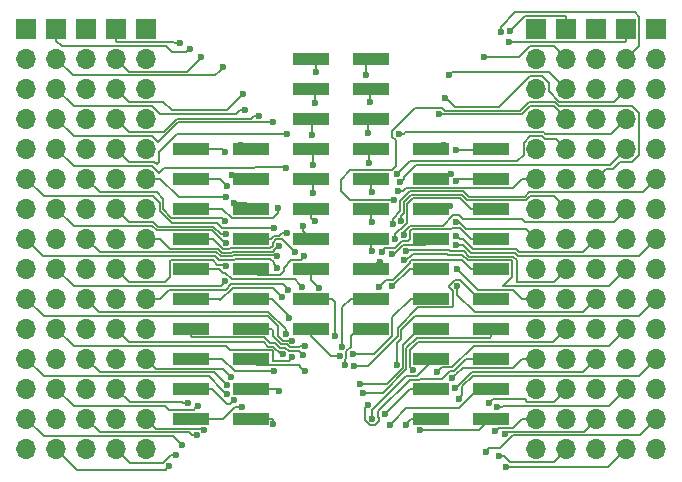
<source format=gbr>
G04 #@! TF.GenerationSoftware,KiCad,Pcbnew,5.1.7-a382d34a8~87~ubuntu18.04.1*
G04 #@! TF.CreationDate,2020-10-22T16:54:02+03:00*
G04 #@! TF.ProjectId,FreeSmart157AAC_29mm_devboard_5r_smd,46726565-536d-4617-9274-313537414143,rev?*
G04 #@! TF.SameCoordinates,Original*
G04 #@! TF.FileFunction,Copper,L2,Bot*
G04 #@! TF.FilePolarity,Positive*
%FSLAX46Y46*%
G04 Gerber Fmt 4.6, Leading zero omitted, Abs format (unit mm)*
G04 Created by KiCad (PCBNEW 5.1.7-a382d34a8~87~ubuntu18.04.1) date 2020-10-22 16:54:02*
%MOMM*%
%LPD*%
G01*
G04 APERTURE LIST*
G04 #@! TA.AperFunction,SMDPad,CuDef*
%ADD10R,3.150000X1.000000*%
G04 #@! TD*
G04 #@! TA.AperFunction,ComponentPad*
%ADD11O,1.700000X1.700000*%
G04 #@! TD*
G04 #@! TA.AperFunction,ComponentPad*
%ADD12R,1.700000X1.700000*%
G04 #@! TD*
G04 #@! TA.AperFunction,ViaPad*
%ADD13C,0.600000*%
G04 #@! TD*
G04 #@! TA.AperFunction,Conductor*
%ADD14C,0.152400*%
G04 #@! TD*
G04 APERTURE END LIST*
D10*
X2525000Y15240000D03*
X-2525000Y15240000D03*
X2525000Y12700000D03*
X-2525000Y12700000D03*
X2525000Y10160000D03*
X-2525000Y10160000D03*
X2525000Y7620000D03*
X-2525000Y7620000D03*
X2525000Y5080000D03*
X-2525000Y5080000D03*
X2525000Y2540000D03*
X-2525000Y2540000D03*
X2525000Y0D03*
X-2525000Y0D03*
X2525000Y-2540000D03*
X-2525000Y-2540000D03*
X2525000Y-5080000D03*
X-2525000Y-5080000D03*
X2525000Y-7620000D03*
X-2525000Y-7620000D03*
X12685000Y7620000D03*
X7635000Y7620000D03*
X12685000Y5080000D03*
X7635000Y5080000D03*
X12685000Y2540000D03*
X7635000Y2540000D03*
X12685000Y0D03*
X7635000Y0D03*
X12685000Y-2540000D03*
X7635000Y-2540000D03*
X12685000Y-5080000D03*
X7635000Y-5080000D03*
X12685000Y-7620000D03*
X7635000Y-7620000D03*
X12685000Y-10160000D03*
X7635000Y-10160000D03*
X12685000Y-12700000D03*
X7635000Y-12700000D03*
X12685000Y-15240000D03*
X7635000Y-15240000D03*
D11*
X26670000Y-17780000D03*
X26670000Y-15240000D03*
X26670000Y-12700000D03*
X26670000Y-10160000D03*
X26670000Y-7620000D03*
X26670000Y-5080000D03*
X26670000Y-2540000D03*
X26670000Y0D03*
X26670000Y2540000D03*
X26670000Y5080000D03*
X26670000Y7620000D03*
X26670000Y10160000D03*
X26670000Y12700000D03*
X26670000Y15240000D03*
D12*
X26670000Y17780000D03*
D11*
X24130000Y-17780000D03*
X24130000Y-15240000D03*
X24130000Y-12700000D03*
X24130000Y-10160000D03*
X24130000Y-7620000D03*
X24130000Y-5080000D03*
X24130000Y-2540000D03*
X24130000Y0D03*
X24130000Y2540000D03*
X24130000Y5080000D03*
X24130000Y7620000D03*
X24130000Y10160000D03*
X24130000Y12700000D03*
X24130000Y15240000D03*
D12*
X24130000Y17780000D03*
D11*
X21590000Y-17780000D03*
X21590000Y-15240000D03*
X21590000Y-12700000D03*
X21590000Y-10160000D03*
X21590000Y-7620000D03*
X21590000Y-5080000D03*
X21590000Y-2540000D03*
X21590000Y0D03*
X21590000Y2540000D03*
X21590000Y5080000D03*
X21590000Y7620000D03*
X21590000Y10160000D03*
X21590000Y12700000D03*
X21590000Y15240000D03*
D12*
X21590000Y17780000D03*
D11*
X19050000Y-17780000D03*
X19050000Y-15240000D03*
X19050000Y-12700000D03*
X19050000Y-10160000D03*
X19050000Y-7620000D03*
X19050000Y-5080000D03*
X19050000Y-2540000D03*
X19050000Y0D03*
X19050000Y2540000D03*
X19050000Y5080000D03*
X19050000Y7620000D03*
X19050000Y10160000D03*
X19050000Y12700000D03*
X19050000Y15240000D03*
D12*
X19050000Y17780000D03*
D11*
X16510000Y-17780000D03*
X16510000Y-15240000D03*
X16510000Y-12700000D03*
X16510000Y-10160000D03*
X16510000Y-7620000D03*
X16510000Y-5080000D03*
X16510000Y-2540000D03*
X16510000Y0D03*
X16510000Y2540000D03*
X16510000Y5080000D03*
X16510000Y7620000D03*
X16510000Y10160000D03*
X16510000Y12700000D03*
X16510000Y15240000D03*
D12*
X16510000Y17780000D03*
D10*
X-7635000Y7620000D03*
X-12685000Y7620000D03*
X-7635000Y5080000D03*
X-12685000Y5080000D03*
X-7635000Y2540000D03*
X-12685000Y2540000D03*
X-7635000Y0D03*
X-12685000Y0D03*
X-7635000Y-2540000D03*
X-12685000Y-2540000D03*
X-7635000Y-5080000D03*
X-12685000Y-5080000D03*
X-7635000Y-7620000D03*
X-12685000Y-7620000D03*
X-7635000Y-10160000D03*
X-12685000Y-10160000D03*
X-7635000Y-12700000D03*
X-12685000Y-12700000D03*
X-7635000Y-15240000D03*
X-12685000Y-15240000D03*
D11*
X-26670000Y-17780000D03*
X-26670000Y-15240000D03*
X-26670000Y-12700000D03*
X-26670000Y-10160000D03*
X-26670000Y-7620000D03*
X-26670000Y-5080000D03*
X-26670000Y-2540000D03*
X-26670000Y0D03*
X-26670000Y2540000D03*
X-26670000Y5080000D03*
X-26670000Y7620000D03*
X-26670000Y10160000D03*
X-26670000Y12700000D03*
X-26670000Y15240000D03*
D12*
X-26670000Y17780000D03*
D11*
X-24130000Y-17780000D03*
X-24130000Y-15240000D03*
X-24130000Y-12700000D03*
X-24130000Y-10160000D03*
X-24130000Y-7620000D03*
X-24130000Y-5080000D03*
X-24130000Y-2540000D03*
X-24130000Y0D03*
X-24130000Y2540000D03*
X-24130000Y5080000D03*
X-24130000Y7620000D03*
X-24130000Y10160000D03*
X-24130000Y12700000D03*
X-24130000Y15240000D03*
D12*
X-24130000Y17780000D03*
D11*
X-21590000Y-17780000D03*
X-21590000Y-15240000D03*
X-21590000Y-12700000D03*
X-21590000Y-10160000D03*
X-21590000Y-7620000D03*
X-21590000Y-5080000D03*
X-21590000Y-2540000D03*
X-21590000Y0D03*
X-21590000Y2540000D03*
X-21590000Y5080000D03*
X-21590000Y7620000D03*
X-21590000Y10160000D03*
X-21590000Y12700000D03*
X-21590000Y15240000D03*
D12*
X-21590000Y17780000D03*
D11*
X-19050000Y-17780000D03*
X-19050000Y-15240000D03*
X-19050000Y-12700000D03*
X-19050000Y-10160000D03*
X-19050000Y-7620000D03*
X-19050000Y-5080000D03*
X-19050000Y-2540000D03*
X-19050000Y0D03*
X-19050000Y2540000D03*
X-19050000Y5080000D03*
X-19050000Y7620000D03*
X-19050000Y10160000D03*
X-19050000Y12700000D03*
X-19050000Y15240000D03*
D12*
X-19050000Y17780000D03*
X-16510000Y17780000D03*
D11*
X-16510000Y15240000D03*
X-16510000Y12700000D03*
X-16510000Y10160000D03*
X-16510000Y7620000D03*
X-16510000Y5080000D03*
X-16510000Y2540000D03*
X-16510000Y0D03*
X-16510000Y-2540000D03*
X-16510000Y-5080000D03*
X-16510000Y-7620000D03*
X-16510000Y-10160000D03*
X-16510000Y-12700000D03*
X-16510000Y-15240000D03*
X-16510000Y-17780000D03*
D13*
X-13640000Y16550000D03*
X-12830000Y16090000D03*
X-9822588Y7380172D03*
X-11870000Y15360000D03*
X-9990000Y14530000D03*
X-9250000Y5360000D03*
X-8293001Y12267172D03*
X-8190000Y10890000D03*
X8708641Y7952422D03*
X14310000Y17630000D03*
X14180000Y16640000D03*
X9700000Y7510000D03*
X12090000Y15370000D03*
X13490000Y17500000D03*
X9260000Y5510000D03*
X9090000Y13860000D03*
X8800000Y11940000D03*
X-5330000Y2600000D03*
X-5000000Y-4900000D03*
X-4630000Y490000D03*
X-4433421Y-6680000D03*
X-3946196Y-1078230D03*
X-3270590Y-9808237D03*
X-3130000Y-1490000D03*
X-3109390Y-9073296D03*
X-3290000Y-4090000D03*
X-5680000Y-11230000D03*
X-3210000Y1060000D03*
X-3080000Y-11210000D03*
X-2243043Y1514565D03*
X-2400000Y3890000D03*
X-5240000Y-12920000D03*
X-2360000Y6260000D03*
X-8430000Y-14210000D03*
X-9370000Y-11680000D03*
X-4500000Y-4300000D03*
X-5292192Y-569070D03*
X-9770000Y3530000D03*
X-6960000Y10398610D03*
X-8474480Y7952412D03*
X-12988603Y-13917008D03*
X-9662404Y-12411170D03*
X-4965000Y-9753166D03*
X-4680049Y-8086332D03*
X-9761449Y-2332030D03*
X-5454512Y-1498784D03*
X-9790000Y392789D03*
X-9820000Y1500000D03*
X-4610000Y8860000D03*
X-5790000Y9870000D03*
X-12166455Y-14140000D03*
X-9683015Y-13164886D03*
X-4136854Y-10026955D03*
X-4141546Y-8615653D03*
X-9831386Y-3611269D03*
X-5440000Y-2450000D03*
X-9720028Y-360385D03*
X-5734231Y927527D03*
X-4670000Y5990000D03*
X-9117935Y3004921D03*
X-9642183Y4446229D03*
X-14560000Y-19220000D03*
X-13998694Y-18308097D03*
X-13510000Y-17430000D03*
X-12257944Y-16635913D03*
X-11650136Y-16192412D03*
X13940000Y-19320000D03*
X13380000Y-18400000D03*
X12227198Y-18046834D03*
X13830000Y-16560000D03*
X13040000Y-16280000D03*
X13208816Y-14234453D03*
X9944092Y-13542303D03*
X8140000Y-11260000D03*
X4681318Y-10667503D03*
X5289412Y-1782489D03*
X9686533Y-541768D03*
X5302527Y313198D03*
X4348087Y1250820D03*
X4975758Y4778694D03*
X9225636Y2739991D03*
X9728738Y4863043D03*
X12538771Y-13892163D03*
X9662412Y-12650000D03*
X6042012Y-11112054D03*
X9807294Y-4021341D03*
X5483756Y-1048825D03*
X9740000Y250002D03*
X5052928Y1514112D03*
X4471455Y3298258D03*
X4716574Y5485057D03*
X4850000Y8870000D03*
X9395447Y-11773187D03*
X9822586Y-2570000D03*
X9724645Y1447265D03*
X4806360Y4045599D03*
X8279992Y10533688D03*
X-9109916Y-13652412D03*
X-2500000Y8790000D03*
X-5818610Y-15670000D03*
X-2250000Y11510000D03*
X-1850000Y-4127598D03*
X-2130000Y14120000D03*
X-503757Y-8194389D03*
X2120000Y13860000D03*
X-128164Y-9900036D03*
X2470000Y11620000D03*
X90343Y-9127438D03*
X2300000Y8940000D03*
X330000Y-10650000D03*
X2360000Y6450000D03*
X962902Y-9784778D03*
X2640000Y3990000D03*
X1110000Y-10780002D03*
X2580000Y1460000D03*
X1572524Y-12280530D03*
X2578886Y-1074183D03*
X1877335Y-13016734D03*
X3240000Y-1937598D03*
X2613394Y-15218157D03*
X3180000Y-4120000D03*
X2291108Y-14060875D03*
X4331519Y-4031390D03*
X3660149Y-14859851D03*
X3410000Y-1090000D03*
X4090000Y-15770000D03*
X4273942Y-1322877D03*
X5441216Y-15778784D03*
X4552412Y-9318D03*
X6650000Y-16230000D03*
D14*
X-14064264Y16550000D02*
X-13640000Y16550000D01*
X-14214265Y16700001D02*
X-14064264Y16550000D01*
X-18972401Y16700001D02*
X-14214265Y16700001D01*
X-19050000Y16777600D02*
X-18972401Y16700001D01*
X-19050000Y17780000D02*
X-19050000Y16777600D01*
X-14322333Y15790001D02*
X-13129999Y15790001D01*
X-23671001Y16318601D02*
X-14850933Y16318601D01*
X-24130000Y16777600D02*
X-23671001Y16318601D01*
X-14850933Y16318601D02*
X-14322333Y15790001D01*
X-13129999Y15790001D02*
X-12830000Y16090000D01*
X-24130000Y17780000D02*
X-24130000Y16777600D01*
X-10062416Y7620000D02*
X-9822588Y7380172D01*
X-12685000Y7620000D02*
X-10062416Y7620000D01*
X-17960001Y14150001D02*
X-13079999Y14150001D01*
X-12169999Y15060001D02*
X-11870000Y15360000D01*
X-13079999Y14150001D02*
X-12169999Y15060001D01*
X-19050000Y15240000D02*
X-17960001Y14150001D01*
X-10691399Y13828601D02*
X-10289999Y14230001D01*
X-24130000Y15240000D02*
X-22718601Y13828601D01*
X-10289999Y14230001D02*
X-9990000Y14530000D01*
X-22718601Y13828601D02*
X-10691399Y13828601D01*
X-8825736Y5360000D02*
X-9250000Y5360000D01*
X-7915000Y5360000D02*
X-8825736Y5360000D01*
X-7635000Y5080000D02*
X-7915000Y5360000D01*
X-14372512Y10909622D02*
X-9650551Y10909622D01*
X-9650551Y10909622D02*
X-8593000Y11967173D01*
X-8593000Y11967173D02*
X-8293001Y12267172D01*
X-15084289Y11621399D02*
X-14372512Y10909622D01*
X-17971399Y11621399D02*
X-15084289Y11621399D01*
X-19050000Y12700000D02*
X-17971399Y11621399D01*
X-15358481Y10604811D02*
X-8899453Y10604811D01*
X-24130000Y12700000D02*
X-22668601Y11238601D01*
X-22668601Y11238601D02*
X-15992271Y11238601D01*
X-15992271Y11238601D02*
X-15358481Y10604811D01*
X-8614264Y10890000D02*
X-8190000Y10890000D01*
X-8899453Y10604811D02*
X-8614264Y10890000D01*
X7967422Y7952422D02*
X8284377Y7952422D01*
X7635000Y7620000D02*
X7967422Y7952422D01*
X8284377Y7952422D02*
X8708641Y7952422D01*
X19050000Y18782400D02*
X18973799Y18858601D01*
X19050000Y17780000D02*
X19050000Y18782400D01*
X18973799Y18858601D02*
X15538601Y18858601D01*
X15538601Y18858601D02*
X14609999Y17929999D01*
X14609999Y17929999D02*
X14310000Y17630000D01*
X24130000Y16777600D02*
X23992400Y16640000D01*
X14604264Y16640000D02*
X14180000Y16640000D01*
X24130000Y17780000D02*
X24130000Y16777600D01*
X23992400Y16640000D02*
X14604264Y16640000D01*
X12575000Y7510000D02*
X12685000Y7620000D01*
X9700000Y7510000D02*
X12575000Y7510000D01*
X15043670Y15370000D02*
X12514264Y15370000D01*
X17971399Y16318601D02*
X15992271Y16318601D01*
X12514264Y15370000D02*
X12090000Y15370000D01*
X15992271Y16318601D02*
X15043670Y15370000D01*
X19050000Y15240000D02*
X17971399Y16318601D01*
X24130000Y15240000D02*
X25208601Y16318601D01*
X14729147Y19163411D02*
X13490000Y17924264D01*
X24858071Y19163411D02*
X14729147Y19163411D01*
X13490000Y17924264D02*
X13490000Y17500000D01*
X25208601Y18812881D02*
X24858071Y19163411D01*
X25208601Y16318601D02*
X25208601Y18812881D01*
X8065000Y5510000D02*
X8835736Y5510000D01*
X8835736Y5510000D02*
X9260000Y5510000D01*
X7635000Y5080000D02*
X8065000Y5510000D01*
X9389999Y14159999D02*
X9090000Y13860000D01*
X19050000Y12700000D02*
X17590001Y14159999D01*
X17590001Y14159999D02*
X9389999Y14159999D01*
X13356979Y11143309D02*
X9596691Y11143309D01*
X24130000Y12700000D02*
X23051399Y11621399D01*
X17027729Y13778601D02*
X15992271Y13778601D01*
X15992271Y13778601D02*
X13356979Y11143309D01*
X17588601Y13217729D02*
X17027729Y13778601D01*
X9596691Y11143309D02*
X9099999Y11640001D01*
X23051399Y11621399D02*
X18450733Y11621399D01*
X18450733Y11621399D02*
X17588601Y12483531D01*
X17588601Y12483531D02*
X17588601Y13217729D01*
X9099999Y11640001D02*
X8800000Y11940000D01*
X-6114217Y1760940D02*
X-5744796Y1760940D01*
X-9291399Y1751399D02*
X-6123758Y1751399D01*
X-10080000Y2540000D02*
X-9291399Y1751399D01*
X-5330000Y2175736D02*
X-5330000Y2600000D01*
X-12685000Y2540000D02*
X-10080000Y2540000D01*
X-5744796Y1760940D02*
X-5330000Y2175736D01*
X-6123758Y1751399D02*
X-6114217Y1760940D01*
X-5000000Y-4900000D02*
X-5750000Y-4150000D01*
X-9191482Y-4150000D02*
X-10250000Y-5208518D01*
X-5750000Y-4150000D02*
X-9191482Y-4150000D01*
X-10378518Y-5080000D02*
X-12685000Y-5080000D01*
X-10250000Y-5208518D02*
X-10378518Y-5080000D01*
X-5672177Y264342D02*
X-5279922Y264342D01*
X-7635000Y0D02*
X-5936518Y0D01*
X-5054264Y490000D02*
X-4630000Y490000D01*
X-5936518Y0D02*
X-5672177Y264342D01*
X-5279922Y264342D02*
X-5054264Y490000D01*
X-5907600Y-5080000D02*
X-4433421Y-6554179D01*
X-7635000Y-5080000D02*
X-5907600Y-5080000D01*
X-4433421Y-6554179D02*
X-4433421Y-6680000D01*
X-4983957Y-40469D02*
X-4246195Y-778231D01*
X-9466298Y-888987D02*
X-9365260Y-787949D01*
X-10862745Y0D02*
X-9973758Y-888987D01*
X-5820793Y-315341D02*
X-5545921Y-40469D01*
X-6020279Y-787949D02*
X-5820793Y-588463D01*
X-5820793Y-588463D02*
X-5820793Y-315341D01*
X-9973758Y-888987D02*
X-9466298Y-888987D01*
X-12685000Y0D02*
X-10862745Y0D01*
X-9365260Y-787949D02*
X-6020279Y-787949D01*
X-4246195Y-778231D02*
X-3946196Y-1078230D01*
X-5545921Y-40469D02*
X-4983957Y-40469D01*
X-6528850Y-8348601D02*
X-6055674Y-8821777D01*
X-12685000Y-8272400D02*
X-12608799Y-8348601D01*
X-5221820Y-9224564D02*
X-4727425Y-9224564D01*
X-5624607Y-8821777D02*
X-5221820Y-9224564D01*
X-12608799Y-8348601D02*
X-6528850Y-8348601D01*
X-4727425Y-9224564D02*
X-4453636Y-9498353D01*
X-6055674Y-8821777D02*
X-5624607Y-8821777D01*
X-3580474Y-9498353D02*
X-3570589Y-9508238D01*
X-4453636Y-9498353D02*
X-3580474Y-9498353D01*
X-3570589Y-9508238D02*
X-3270590Y-9808237D01*
X-12685000Y-7620000D02*
X-12685000Y-8272400D01*
X-4881398Y-2767400D02*
X-4881398Y-2443730D01*
X-4227667Y-1789999D02*
X-3429999Y-1789999D01*
X-5202600Y-3088602D02*
X-4881398Y-2767400D01*
X-3429999Y-1789999D02*
X-3130000Y-1490000D01*
X-7635000Y-2540000D02*
X-7086398Y-3088602D01*
X-7086398Y-3088602D02*
X-5202600Y-3088602D01*
X-4881398Y-2443730D02*
X-4227667Y-1789999D01*
X-5907600Y-7620000D02*
X-5742917Y-7784683D01*
X-3612449Y-9152091D02*
X-3533654Y-9073296D01*
X-3533654Y-9073296D02*
X-3109390Y-9073296D01*
X-7635000Y-7620000D02*
X-5907600Y-7620000D01*
X-4585014Y-8919753D02*
X-4352676Y-9152091D01*
X-5742917Y-8272400D02*
X-5095564Y-8919753D01*
X-5095564Y-8919753D02*
X-4585014Y-8919753D01*
X-4352676Y-9152091D02*
X-3612449Y-9152091D01*
X-5742917Y-7784683D02*
X-5742917Y-8272400D01*
X-10015179Y-2860246D02*
X-9806205Y-2860246D01*
X-10335425Y-2540000D02*
X-10015179Y-2860246D01*
X-9236452Y-3429999D02*
X-3950001Y-3429999D01*
X-9806205Y-2860246D02*
X-9236452Y-3429999D01*
X-3950001Y-3429999D02*
X-3589999Y-3790001D01*
X-3589999Y-3790001D02*
X-3290000Y-4090000D01*
X-12685000Y-2540000D02*
X-10335425Y-2540000D01*
X-6104264Y-11230000D02*
X-5680000Y-11230000D01*
X-12685000Y-10160000D02*
X-10058601Y-10160000D01*
X-8988601Y-11230000D02*
X-6104264Y-11230000D01*
X-10058601Y-10160000D02*
X-8988601Y-11230000D01*
X-3210000Y685000D02*
X-2525000Y0D01*
X-3210000Y1060000D02*
X-3210000Y685000D01*
X-7094999Y-10700001D02*
X-3589999Y-10700001D01*
X-7635000Y-10160000D02*
X-7094999Y-10700001D01*
X-3589999Y-10700001D02*
X-3379999Y-10910001D01*
X-3379999Y-10910001D02*
X-3080000Y-11210000D01*
X-2525000Y2540000D02*
X-2525000Y1796522D01*
X-2525000Y1796522D02*
X-2243043Y1514565D01*
X-2400000Y4955000D02*
X-2525000Y5080000D01*
X-2400000Y3890000D02*
X-2400000Y4955000D01*
X-5460000Y-12700000D02*
X-5240000Y-12920000D01*
X-7635000Y-12700000D02*
X-5460000Y-12700000D01*
X-2360000Y7455000D02*
X-2525000Y7620000D01*
X-2360000Y6260000D02*
X-2360000Y7455000D01*
X-10045716Y-15240000D02*
X-9015716Y-14210000D01*
X-12685000Y-15240000D02*
X-10045716Y-15240000D01*
X-8854264Y-14210000D02*
X-8430000Y-14210000D01*
X-9015716Y-14210000D02*
X-8854264Y-14210000D01*
X-9669999Y-11380001D02*
X-9370000Y-11680000D01*
X-16510000Y-10160000D02*
X-15660001Y-11009999D01*
X-10040001Y-11009999D02*
X-9669999Y-11380001D01*
X-15660001Y-11009999D02*
X-10040001Y-11009999D01*
X-14547918Y-4319999D02*
X-9792547Y-4319999D01*
X-9317738Y-3845189D02*
X-4954811Y-3845189D01*
X-4954811Y-3845189D02*
X-4799999Y-4000001D01*
X-4799999Y-4000001D02*
X-4500000Y-4300000D01*
X-15307919Y-5080000D02*
X-14547918Y-4319999D01*
X-16510000Y-5080000D02*
X-15307919Y-5080000D01*
X-9792547Y-4319999D02*
X-9317738Y-3845189D01*
X-16510000Y0D02*
X-15307919Y0D01*
X-10100014Y-1193798D02*
X-9340042Y-1193798D01*
X-10470113Y-823699D02*
X-10100014Y-1193798D01*
X-9239004Y-1092760D02*
X-5815882Y-1092760D01*
X-14484220Y-823699D02*
X-10470113Y-823699D01*
X-9340042Y-1193798D02*
X-9239004Y-1092760D01*
X-5592191Y-869069D02*
X-5292192Y-569070D01*
X-5815882Y-1092760D02*
X-5592191Y-869069D01*
X-15307919Y0D02*
X-14484220Y-823699D01*
X-10194264Y3530000D02*
X-9770000Y3530000D01*
X-15307919Y5080000D02*
X-13757919Y3530000D01*
X-13757919Y3530000D02*
X-10194264Y3530000D01*
X-16510000Y5080000D02*
X-15307919Y5080000D01*
X-17971399Y9081399D02*
X-15039667Y9081399D01*
X-15039667Y9081399D02*
X-13946256Y10174811D01*
X-19050000Y10160000D02*
X-17971399Y9081399D01*
X-7384264Y10398610D02*
X-6960000Y10398610D01*
X-7608063Y10174811D02*
X-7384264Y10398610D01*
X-13946256Y10174811D02*
X-7608063Y10174811D01*
X-7635000Y7620000D02*
X-7967412Y7952412D01*
X-7967412Y7952412D02*
X-8050216Y7952412D01*
X-8050216Y7952412D02*
X-8474480Y7952412D01*
X-13489875Y-13840000D02*
X-13412867Y-13917008D01*
X-13412867Y-13917008D02*
X-12988603Y-13917008D01*
X-17910000Y-13840000D02*
X-13489875Y-13840000D01*
X-19050000Y-12700000D02*
X-17910000Y-13840000D01*
X-21590000Y-10160000D02*
X-20433412Y-11316588D01*
X-10756986Y-11316588D02*
X-9962403Y-12111171D01*
X-20433412Y-11316588D02*
X-10756986Y-11316588D01*
X-9962403Y-12111171D02*
X-9662404Y-12411170D01*
X-6578517Y-8730001D02*
X-6181930Y-9126588D01*
X-5750863Y-9126588D02*
X-5124285Y-9753166D01*
X-19050000Y-7620000D02*
X-17939999Y-8730001D01*
X-6181930Y-9126588D02*
X-5750863Y-9126588D01*
X-5124285Y-9753166D02*
X-4965000Y-9753166D01*
X-17939999Y-8730001D02*
X-6578517Y-8730001D01*
X-6178850Y-6158601D02*
X-4680049Y-7657402D01*
X-20511399Y-6158601D02*
X-6178850Y-6158601D01*
X-4680049Y-7662068D02*
X-4680049Y-8086332D01*
X-21590000Y-5080000D02*
X-20511399Y-6158601D01*
X-4680049Y-7657402D02*
X-4680049Y-7662068D01*
X-14488601Y-3222881D02*
X-14488601Y-1857119D01*
X-10902867Y-1811399D02*
X-10483283Y-2230983D01*
X-14488601Y-1857119D02*
X-14442881Y-1811399D01*
X-14442881Y-1811399D02*
X-10902867Y-1811399D01*
X-17971399Y-3618601D02*
X-14884321Y-3618601D01*
X-19050000Y-2540000D02*
X-17971399Y-3618601D01*
X-10483283Y-2230983D02*
X-9862496Y-2230983D01*
X-14884321Y-3618601D02*
X-14488601Y-3222881D01*
X-9862496Y-2230983D02*
X-9761449Y-2332030D01*
X-9112748Y-1397571D02*
X-5555725Y-1397571D01*
X-10596368Y-1128510D02*
X-10226270Y-1498609D01*
X-9213786Y-1498609D02*
X-9112748Y-1397571D01*
X-20461490Y-1128510D02*
X-10596368Y-1128510D01*
X-21590000Y0D02*
X-20461490Y-1128510D01*
X-10226270Y-1498609D02*
X-9213786Y-1498609D01*
X-5555725Y-1397571D02*
X-5454512Y-1498784D01*
X-15944002Y1461399D02*
X-15516015Y1033412D01*
X-19050000Y2540000D02*
X-17971399Y1461399D01*
X-10185990Y392789D02*
X-9790000Y392789D01*
X-17971399Y1461399D02*
X-15944002Y1461399D01*
X-10826613Y1033412D02*
X-10185990Y392789D01*
X-15516015Y1033412D02*
X-10826613Y1033412D01*
X-15085189Y2496255D02*
X-14388933Y1799999D01*
X-10119999Y1799999D02*
X-9820000Y1500000D01*
X-15085189Y3386256D02*
X-15085189Y2496255D01*
X-14388933Y1799999D02*
X-10119999Y1799999D01*
X-15622345Y3923412D02*
X-15085189Y3386256D01*
X-20433412Y3923412D02*
X-15622345Y3923412D01*
X-21590000Y5080000D02*
X-20433412Y3923412D01*
X-17971399Y6541399D02*
X-15880332Y6541399D01*
X-19050000Y7620000D02*
X-17971399Y6541399D01*
X-13931482Y8860000D02*
X-15431399Y7360083D01*
X-15431399Y7360083D02*
X-15431399Y6498601D01*
X-4610000Y8860000D02*
X-13931482Y8860000D01*
X-15431399Y6498601D02*
X-15600000Y6330000D01*
X-15880332Y6541399D02*
X-15600000Y6330000D01*
X-22668601Y8698601D02*
X-15992271Y8698601D01*
X-24130000Y10160000D02*
X-22668601Y8698601D01*
X-13820000Y9870000D02*
X-15491835Y8198165D01*
X-5790000Y9870000D02*
X-13820000Y9870000D01*
X-15992271Y8698601D02*
X-15491835Y8198165D01*
X-24130000Y-12700000D02*
X-22668601Y-14161399D01*
X-14884321Y-14161399D02*
X-14575721Y-14469999D01*
X-14575721Y-14469999D02*
X-12496454Y-14469999D01*
X-22668601Y-14161399D02*
X-14884321Y-14161399D01*
X-12496454Y-14469999D02*
X-12466454Y-14439999D01*
X-12466454Y-14439999D02*
X-12166455Y-14140000D01*
X-25208601Y-11621399D02*
X-11226502Y-11621399D01*
X-11226502Y-11621399D02*
X-9983014Y-12864887D01*
X-26670000Y-10160000D02*
X-25208601Y-11621399D01*
X-9983014Y-12864887D02*
X-9683015Y-13164886D01*
X-24130000Y-7620000D02*
X-22668601Y-9081399D01*
X-9392881Y-9431399D02*
X-5877119Y-9431399D01*
X-9742881Y-9081399D02*
X-9392881Y-9431399D01*
X-5748878Y-10326954D02*
X-4436853Y-10326954D01*
X-4436853Y-10326954D02*
X-4136854Y-10026955D01*
X-5877119Y-9431399D02*
X-5778754Y-9529764D01*
X-22668601Y-9081399D02*
X-9742881Y-9081399D01*
X-5778754Y-9529764D02*
X-5778754Y-10297078D01*
X-5778754Y-10297078D02*
X-5748878Y-10326954D01*
X-4147854Y-8621961D02*
X-4141546Y-8615653D01*
X-4969308Y-8614942D02*
X-4154873Y-8614942D01*
X-6227119Y-6541399D02*
X-5353927Y-7414591D01*
X-5353927Y-8230323D02*
X-4969308Y-8614942D01*
X-5353927Y-7414591D02*
X-5353927Y-8230323D01*
X-4154873Y-8614942D02*
X-4147854Y-8621961D01*
X-26670000Y-5080000D02*
X-25208601Y-6541399D01*
X-25208601Y-6541399D02*
X-6227119Y-6541399D01*
X-22670001Y-3999999D02*
X-10220116Y-3999999D01*
X-24130000Y-2540000D02*
X-22670001Y-3999999D01*
X-10131385Y-3911268D02*
X-9831386Y-3611269D01*
X-10220116Y-3999999D02*
X-10131385Y-3911268D01*
X-5739999Y-2150001D02*
X-5440000Y-2450000D01*
X-5739999Y-1995627D02*
X-5739999Y-2150001D01*
X-25236679Y-1433321D02*
X-10722625Y-1433321D01*
X-10352526Y-1803420D02*
X-9087530Y-1803420D01*
X-9087530Y-1803420D02*
X-8986492Y-1702382D01*
X-10722625Y-1433321D02*
X-10352526Y-1803420D01*
X-26670000Y0D02*
X-25236679Y-1433321D01*
X-6033244Y-1702382D02*
X-5739999Y-1995627D01*
X-8986492Y-1702382D02*
X-6033244Y-1702382D01*
X-15642271Y728601D02*
X-10952869Y728601D01*
X-9863883Y-360385D02*
X-9720028Y-360385D01*
X-10952869Y728601D02*
X-9863883Y-360385D01*
X-22668601Y1078601D02*
X-15992271Y1078601D01*
X-15992271Y1078601D02*
X-15642271Y728601D01*
X-24130000Y2540000D02*
X-22668601Y1078601D01*
X-15390000Y3060000D02*
X-15390000Y2369999D01*
X-10073729Y921399D02*
X-6164623Y921399D01*
X-25208601Y3618601D02*
X-15948601Y3618601D01*
X-10490553Y1338223D02*
X-10073729Y921399D01*
X-15948601Y3618601D02*
X-15390000Y3060000D01*
X-15390000Y2369999D02*
X-14358224Y1338223D01*
X-14358224Y1338223D02*
X-10490553Y1338223D01*
X-6164623Y921399D02*
X-6158495Y927527D01*
X-26670000Y5080000D02*
X-25208601Y3618601D01*
X-6158495Y927527D02*
X-5734231Y927527D01*
X-7298874Y6068691D02*
X-7377565Y5990000D01*
X-15431399Y5597729D02*
X-15992271Y6158601D01*
X-15992271Y6158601D02*
X-22668601Y6158601D01*
X-7377565Y5990000D02*
X-15039128Y5990000D01*
X-22668601Y6158601D02*
X-24130000Y7620000D01*
X-4670000Y5990000D02*
X-4748691Y6068691D01*
X-4748691Y6068691D02*
X-7298874Y6068691D01*
X-15039128Y5990000D02*
X-15431399Y5597729D01*
X-8693671Y3004921D02*
X-9117935Y3004921D01*
X-8099921Y3004921D02*
X-8693671Y3004921D01*
X-7635000Y2540000D02*
X-8099921Y3004921D01*
X-10275954Y5080000D02*
X-9642183Y4446229D01*
X-12685000Y5080000D02*
X-10275954Y5080000D01*
X-14859999Y-19519999D02*
X-14560000Y-19220000D01*
X-24130000Y-17780000D02*
X-22370001Y-19539999D01*
X-14879999Y-19539999D02*
X-14859999Y-19519999D01*
X-22370001Y-19539999D02*
X-14879999Y-19539999D01*
X-19050000Y-17780000D02*
X-17874811Y-18955189D01*
X-15070050Y-18955189D02*
X-14422958Y-18308097D01*
X-14422958Y-18308097D02*
X-13998694Y-18308097D01*
X-17874811Y-18955189D02*
X-15070050Y-18955189D01*
X-26670000Y-15240000D02*
X-25208601Y-16701399D01*
X-13809999Y-17130001D02*
X-13510000Y-17430000D01*
X-25208601Y-16701399D02*
X-14238601Y-16701399D01*
X-14238601Y-16701399D02*
X-13809999Y-17130001D01*
X-20433412Y-16396588D02*
X-12921533Y-16396588D01*
X-21590000Y-15240000D02*
X-20433412Y-16396588D01*
X-12921533Y-16396588D02*
X-12682208Y-16635913D01*
X-12682208Y-16635913D02*
X-12257944Y-16635913D01*
X-11752549Y-16089999D02*
X-11650136Y-16192412D01*
X-15660001Y-16089999D02*
X-11752549Y-16089999D01*
X-16510000Y-15240000D02*
X-15660001Y-16089999D01*
X24130000Y-17780000D02*
X22590000Y-19320000D01*
X22590000Y-19320000D02*
X13940000Y-19320000D01*
X13804264Y-18400000D02*
X13380000Y-18400000D01*
X19050000Y-17780000D02*
X17971399Y-18858601D01*
X17971399Y-18858601D02*
X14262865Y-18858601D01*
X14262865Y-18858601D02*
X13804264Y-18400000D01*
X25260000Y-16650000D02*
X14522332Y-16650000D01*
X26670000Y-15240000D02*
X25260000Y-16650000D01*
X14522332Y-16650000D02*
X13425497Y-17746835D01*
X12527197Y-17746835D02*
X12227198Y-18046834D01*
X13425497Y-17746835D02*
X12527197Y-17746835D01*
X14069999Y-16320001D02*
X13830000Y-16560000D01*
X21590000Y-15240000D02*
X20509999Y-16320001D01*
X20509999Y-16320001D02*
X14069999Y-16320001D01*
X13309999Y-16010001D02*
X13040000Y-16280000D01*
X15307919Y-15240000D02*
X14537918Y-16010001D01*
X14537918Y-16010001D02*
X13309999Y-16010001D01*
X16510000Y-15240000D02*
X15307919Y-15240000D01*
X22670000Y-14160000D02*
X13707533Y-14160000D01*
X13633080Y-14234453D02*
X13208816Y-14234453D01*
X24130000Y-12700000D02*
X22670000Y-14160000D01*
X13707533Y-14160000D02*
X13633080Y-14234453D01*
X11149933Y-11594809D02*
X10244091Y-12500651D01*
X10244091Y-12500651D02*
X10244091Y-13242304D01*
X26670000Y-10160000D02*
X25235191Y-11594809D01*
X10244091Y-13242304D02*
X9944092Y-13542303D01*
X25235191Y-11594809D02*
X11149933Y-11594809D01*
X9392881Y-10888601D02*
X8511399Y-10888601D01*
X8439999Y-10960001D02*
X8140000Y-11260000D01*
X8511399Y-10888601D02*
X8439999Y-10960001D01*
X24130000Y-7620000D02*
X22668601Y-9081399D01*
X22668601Y-9081399D02*
X11200083Y-9081399D01*
X11200083Y-9081399D02*
X9392881Y-10888601D01*
X4681318Y-8864216D02*
X4681318Y-10243239D01*
X4681318Y-10243239D02*
X4681318Y-10667503D01*
X25208601Y-6541399D02*
X6227119Y-6541399D01*
X5065189Y-8480345D02*
X4681318Y-8864216D01*
X6227119Y-6541399D02*
X5065189Y-7703329D01*
X26670000Y-5080000D02*
X25208601Y-6541399D01*
X5065189Y-7703329D02*
X5065189Y-8480345D01*
X22668601Y-4001399D02*
X13710083Y-4001399D01*
X5750863Y-1506588D02*
X5474962Y-1782489D01*
X5474962Y-1782489D02*
X5289412Y-1782489D01*
X13710083Y-4001399D02*
X14488601Y-3222881D01*
X6083743Y-1275191D02*
X5852346Y-1506588D01*
X5852346Y-1506588D02*
X5750863Y-1506588D01*
X8956257Y-1275191D02*
X6083743Y-1275191D01*
X14488601Y-1857119D02*
X14442881Y-1811399D01*
X9056255Y-1375189D02*
X8956257Y-1275191D01*
X14442881Y-1811399D02*
X10692465Y-1811399D01*
X24130000Y-2540000D02*
X22668601Y-4001399D01*
X10692465Y-1811399D02*
X10256255Y-1375189D01*
X14488601Y-3222881D02*
X14488601Y-1857119D01*
X10256255Y-1375189D02*
X9056255Y-1375189D01*
X10284968Y-541768D02*
X10110797Y-541768D01*
X26670000Y0D02*
X25208601Y-1461399D01*
X10944977Y-1201777D02*
X10284968Y-541768D01*
X14955015Y-1461399D02*
X14695393Y-1201777D01*
X14695393Y-1201777D02*
X10944977Y-1201777D01*
X10110797Y-541768D02*
X9686533Y-541768D01*
X25208601Y-1461399D02*
X14955015Y-1461399D01*
X9978374Y1975866D02*
X9470916Y1975866D01*
X23051399Y1461399D02*
X15519095Y1461399D01*
X24130000Y2540000D02*
X23051399Y1461399D01*
X10306454Y1647786D02*
X9978374Y1975866D01*
X15519095Y1461399D02*
X15332708Y1647786D01*
X5842262Y1124811D02*
X5302527Y585076D01*
X15332708Y1647786D02*
X10306454Y1647786D01*
X9470916Y1975866D02*
X8619861Y1124811D01*
X8619861Y1124811D02*
X5842262Y1124811D01*
X5302527Y585076D02*
X5302527Y313198D01*
X4993570Y2320567D02*
X4348087Y1675084D01*
X26670000Y5080000D02*
X25513412Y3923412D01*
X25513412Y3923412D02*
X15866015Y3923412D01*
X4348087Y1675084D02*
X4348087Y1250820D01*
X4993570Y3215704D02*
X4993570Y2320567D01*
X5807486Y4029622D02*
X4993570Y3215704D01*
X15516015Y3573412D02*
X10786321Y3573412D01*
X10786321Y3573412D02*
X10330112Y4029622D01*
X10330112Y4029622D02*
X5807486Y4029622D01*
X15866015Y3923412D02*
X15516015Y3573412D01*
X5275757Y5078693D02*
X4975758Y4778694D01*
X6328518Y6260000D02*
X5275757Y5207239D01*
X24130000Y7620000D02*
X22770000Y6260000D01*
X5275757Y5207239D02*
X5275757Y5078693D01*
X22770000Y6260000D02*
X6328518Y6260000D01*
X8801372Y2739991D02*
X9225636Y2739991D01*
X7635000Y2540000D02*
X7834991Y2739991D01*
X7834991Y2739991D02*
X8801372Y2739991D01*
X9945695Y5080000D02*
X9728738Y4863043D01*
X12685000Y5080000D02*
X9945695Y5080000D01*
X15748599Y-13778601D02*
X15562162Y-13592164D01*
X12838770Y-13592164D02*
X12538771Y-13892163D01*
X19050000Y-12700000D02*
X17971399Y-13778601D01*
X17971399Y-13778601D02*
X15748599Y-13778601D01*
X15562162Y-13592164D02*
X12838770Y-13592164D01*
X21590000Y-10160000D02*
X20463425Y-11286575D01*
X20463425Y-11286575D02*
X11025837Y-11286575D01*
X11025837Y-11286575D02*
X9962411Y-12350001D01*
X9962411Y-12350001D02*
X9662412Y-12650000D01*
X17950000Y-8720000D02*
X6505736Y-8720000D01*
X6505736Y-8720000D02*
X5819542Y-9406194D01*
X5819542Y-10889584D02*
X6042012Y-11112054D01*
X19050000Y-7620000D02*
X17950000Y-8720000D01*
X5819542Y-9406194D02*
X5819542Y-10889584D01*
X11287655Y-6236588D02*
X9807294Y-4756227D01*
X9807294Y-4445605D02*
X9807294Y-4021341D01*
X21590000Y-5080000D02*
X20433412Y-6236588D01*
X9807294Y-4756227D02*
X9807294Y-4445605D01*
X20433412Y-6236588D02*
X11287655Y-6236588D01*
X14569137Y-1506588D02*
X10818721Y-1506588D01*
X9082513Y-970380D02*
X5562201Y-970380D01*
X5562201Y-970380D02*
X5483756Y-1048825D01*
X14884321Y-1821772D02*
X14569137Y-1506588D01*
X19050000Y-2540000D02*
X17971399Y-3618601D01*
X9182511Y-1070378D02*
X9082513Y-970380D01*
X10382511Y-1070378D02*
X9182511Y-1070378D01*
X14884321Y-3618601D02*
X14884321Y-1821772D01*
X10818721Y-1506588D02*
X10382511Y-1070378D01*
X17971399Y-3618601D02*
X14884321Y-3618601D01*
X10271693Y-49997D02*
X10039999Y-49997D01*
X14821649Y-896966D02*
X11118662Y-896966D01*
X20433412Y-1156588D02*
X15081270Y-1156588D01*
X15081270Y-1156588D02*
X14821649Y-896966D01*
X10039999Y-49997D02*
X9740000Y250002D01*
X21590000Y0D02*
X20433412Y-1156588D01*
X11118662Y-896966D02*
X10271693Y-49997D01*
X5052928Y1938376D02*
X5052928Y1514112D01*
X5298381Y2183829D02*
X5052928Y1938376D01*
X5298381Y3089448D02*
X5298381Y2183829D01*
X5933742Y3724811D02*
X5298381Y3089448D01*
X10660065Y3268601D02*
X10203856Y3724811D01*
X15642271Y3268601D02*
X10660065Y3268601D01*
X15992271Y3618601D02*
X15642271Y3268601D01*
X10203856Y3724811D02*
X5933742Y3724811D01*
X17971399Y3618601D02*
X15992271Y3618601D01*
X19050000Y2540000D02*
X17971399Y3618601D01*
X6259959Y11062289D02*
X4321399Y9123729D01*
X4321399Y9123729D02*
X4321399Y8616271D01*
X23000871Y5929999D02*
X23612271Y6541399D01*
X25208601Y7102271D02*
X25208601Y10677729D01*
X15161102Y10838498D02*
X8757512Y10838498D01*
X8757512Y10838498D02*
X8533721Y11062289D01*
X21590000Y5080000D02*
X22439999Y5929999D01*
X4321399Y8616271D02*
X4596271Y8341399D01*
X18097656Y11543410D02*
X15866015Y11543411D01*
X4596271Y8341399D02*
X4596271Y6121991D01*
X22439999Y5929999D02*
X23000871Y5929999D01*
X4596271Y6121991D02*
X4282881Y5808601D01*
X24647729Y11238601D02*
X18402465Y11238601D01*
X4282881Y5808601D02*
X767119Y5808601D01*
X8533721Y11062289D02*
X6259959Y11062289D01*
X737462Y3298258D02*
X4047191Y3298258D01*
X-48601Y4084321D02*
X737462Y3298258D01*
X24647729Y6541399D02*
X25208601Y7102271D01*
X18402465Y11238601D02*
X18097656Y11543410D01*
X4047191Y3298258D02*
X4471455Y3298258D01*
X-48601Y4992881D02*
X-48601Y4084321D01*
X767119Y5808601D02*
X-48601Y4992881D01*
X23612271Y6541399D02*
X24647729Y6541399D01*
X15866015Y11543411D02*
X15161102Y10838498D01*
X25208601Y10677729D02*
X24647729Y11238601D01*
X18200001Y8469999D02*
X17256331Y8469999D01*
X14893939Y6564811D02*
X5796328Y6564811D01*
X15431399Y7102271D02*
X14893939Y6564811D01*
X19050000Y7620000D02*
X18200001Y8469999D01*
X5016573Y5785056D02*
X4716574Y5485057D01*
X5796328Y6564811D02*
X5016573Y5785056D01*
X17256331Y8469999D02*
X17027729Y8698601D01*
X17027729Y8698601D02*
X15992271Y8698601D01*
X15992271Y8698601D02*
X15431399Y8137729D01*
X15431399Y8137729D02*
X15431399Y7102271D01*
X17153985Y9003412D02*
X17287397Y8870000D01*
X22840000Y8870000D02*
X23280001Y9310001D01*
X23280001Y9310001D02*
X24130000Y10160000D01*
X17287397Y8870000D02*
X22840000Y8870000D01*
X4850000Y8870000D02*
X5274264Y8870000D01*
X5407676Y9003412D02*
X17153985Y9003412D01*
X5274264Y8870000D02*
X5407676Y9003412D01*
X9695446Y-11473188D02*
X9395447Y-11773187D01*
X15307919Y-10160000D02*
X14567919Y-10900000D01*
X14567919Y-10900000D02*
X10268634Y-10900000D01*
X16510000Y-10160000D02*
X15307919Y-10160000D01*
X10268634Y-10900000D02*
X9695446Y-11473188D01*
X16510000Y-5080000D02*
X15307919Y-5080000D01*
X10122585Y-2869999D02*
X9822586Y-2570000D01*
X14579318Y-4351399D02*
X11603985Y-4351399D01*
X15307919Y-5080000D02*
X14579318Y-4351399D01*
X11603985Y-4351399D02*
X10122585Y-2869999D01*
X9987828Y1447265D02*
X9724645Y1447265D01*
X16510000Y0D02*
X15660001Y849999D01*
X10585094Y849999D02*
X9987828Y1447265D01*
X15660001Y849999D02*
X10585094Y849999D01*
X5230624Y4045599D02*
X4806360Y4045599D01*
X5519458Y4334433D02*
X5230624Y4045599D01*
X16510000Y5080000D02*
X15307919Y5080000D01*
X15307919Y5080000D02*
X14562352Y4334433D01*
X14562352Y4334433D02*
X5519458Y4334433D01*
X19050000Y10160000D02*
X17971399Y11238601D01*
X15287358Y10533688D02*
X8704256Y10533688D01*
X15992271Y11238601D02*
X15287358Y10533688D01*
X17971399Y11238601D02*
X15992271Y11238601D01*
X8704256Y10533688D02*
X8279992Y10533688D01*
X-12685000Y-12700000D02*
X-10957600Y-12700000D01*
X-9705189Y-13952411D02*
X-9409915Y-13952411D01*
X-9409915Y-13952411D02*
X-9109916Y-13652412D01*
X-10957600Y-12700000D02*
X-9705189Y-13952411D01*
X-2500000Y10135000D02*
X-2525000Y10160000D01*
X-2500000Y8790000D02*
X-2500000Y10135000D01*
X-7635000Y-15240000D02*
X-5907600Y-15240000D01*
X-5907600Y-15240000D02*
X-5818610Y-15328990D01*
X-5818610Y-15328990D02*
X-5818610Y-15670000D01*
X-2250000Y12425000D02*
X-2525000Y12700000D01*
X-2250000Y11510000D02*
X-2250000Y12425000D01*
X-2525000Y-3192400D02*
X-2525000Y-2540000D01*
X-2525000Y-3452598D02*
X-2525000Y-3192400D01*
X-1850000Y-4127598D02*
X-2525000Y-3452598D01*
X-2130000Y14845000D02*
X-2525000Y15240000D01*
X-2130000Y14120000D02*
X-2130000Y14845000D01*
X-503757Y-5373843D02*
X-503757Y-7770125D01*
X-2525000Y-5080000D02*
X-797600Y-5080000D01*
X-503757Y-7770125D02*
X-503757Y-8194389D01*
X-797600Y-5080000D02*
X-503757Y-5373843D01*
X2120000Y14835000D02*
X2525000Y15240000D01*
X2120000Y13860000D02*
X2120000Y14835000D01*
X-2525000Y-7620000D02*
X-2525000Y-8272400D01*
X-552428Y-9900036D02*
X-128164Y-9900036D01*
X-897364Y-9900036D02*
X-552428Y-9900036D01*
X-2525000Y-8272400D02*
X-897364Y-9900036D01*
X2470000Y12645000D02*
X2525000Y12700000D01*
X2470000Y11620000D02*
X2470000Y12645000D01*
X797600Y-5080000D02*
X90343Y-5787257D01*
X2525000Y-5080000D02*
X797600Y-5080000D01*
X90343Y-5787257D02*
X90343Y-8703174D01*
X90343Y-8703174D02*
X90343Y-9127438D01*
X2300000Y9935000D02*
X2525000Y10160000D01*
X2300000Y8940000D02*
X2300000Y9935000D01*
X797600Y-9167748D02*
X434300Y-9531048D01*
X2525000Y-7620000D02*
X1450000Y-7620000D01*
X797600Y-8272400D02*
X797600Y-9167748D01*
X434300Y-9531048D02*
X434300Y-10121436D01*
X330000Y-10225736D02*
X330000Y-10650000D01*
X1450000Y-7620000D02*
X797600Y-8272400D01*
X434300Y-10121436D02*
X330000Y-10225736D01*
X2360000Y7455000D02*
X2525000Y7620000D01*
X2360000Y6450000D02*
X2360000Y7455000D01*
X4328601Y-6658999D02*
X4328601Y-8259366D01*
X2803189Y-9784778D02*
X1387166Y-9784778D01*
X7635000Y-5080000D02*
X5907600Y-5080000D01*
X5907600Y-5080000D02*
X4328601Y-6658999D01*
X4328601Y-8259366D02*
X2803189Y-9784778D01*
X1387166Y-9784778D02*
X962902Y-9784778D01*
X2525000Y4105000D02*
X2640000Y3990000D01*
X2525000Y5080000D02*
X2525000Y4105000D01*
X1534264Y-10780002D02*
X1110000Y-10780002D01*
X4760378Y-8258655D02*
X2239031Y-10780002D01*
X9438601Y-4434978D02*
X9438601Y-5705803D01*
X12685000Y-5080000D02*
X11610000Y-5080000D01*
X10038283Y-3470000D02*
X9611066Y-3470000D01*
X9335803Y-5808601D02*
X6528850Y-5808601D01*
X2239031Y-10780002D02*
X1534264Y-10780002D01*
X4760378Y-7577073D02*
X4760378Y-8258655D01*
X6528850Y-5808601D02*
X4760378Y-7577073D01*
X9100000Y-3981067D02*
X9100000Y-4096377D01*
X9438601Y-5705803D02*
X9335803Y-5808601D01*
X11610000Y-5080000D02*
X10957600Y-4427600D01*
X9611066Y-3470000D02*
X9100000Y-3981067D01*
X9100000Y-4096377D02*
X9438601Y-4434978D01*
X10957600Y-4389317D02*
X10038283Y-3470000D01*
X10957600Y-4427600D02*
X10957600Y-4389317D01*
X2525000Y1515000D02*
X2580000Y1460000D01*
X2525000Y2540000D02*
X2525000Y1515000D01*
X6560000Y-7620000D02*
X5209920Y-8970080D01*
X3850623Y-12280530D02*
X1996788Y-12280530D01*
X1996788Y-12280530D02*
X1572524Y-12280530D01*
X7635000Y-7620000D02*
X6560000Y-7620000D01*
X5209920Y-8970080D02*
X5209920Y-10921233D01*
X5209920Y-10921233D02*
X3850623Y-12280530D01*
X2525000Y0D02*
X2525000Y-1020297D01*
X2525000Y-1020297D02*
X2578886Y-1074183D01*
X5514731Y-11047489D02*
X3545486Y-13016734D01*
X6403427Y-8370000D02*
X5514731Y-9258696D01*
X12587400Y-8370000D02*
X6403427Y-8370000D01*
X12685000Y-8272400D02*
X12587400Y-8370000D01*
X12685000Y-7620000D02*
X12685000Y-8272400D01*
X3545486Y-13016734D02*
X2301599Y-13016734D01*
X5514731Y-9258696D02*
X5514731Y-11047489D01*
X2301599Y-13016734D02*
X1877335Y-13016734D01*
X3127402Y-1937598D02*
X2525000Y-2540000D01*
X3240000Y-1937598D02*
X3127402Y-1937598D01*
X2613394Y-14793893D02*
X2613394Y-15218157D01*
X5483449Y-11641014D02*
X2613394Y-14511069D01*
X6433730Y-11641014D02*
X5483449Y-11641014D01*
X2613394Y-14511069D02*
X2613394Y-14793893D01*
X7635000Y-10439744D02*
X6433730Y-11641014D01*
X7635000Y-10160000D02*
X7635000Y-10439744D01*
X10228999Y-1811399D02*
X5938601Y-1811399D01*
X5938601Y-1811399D02*
X5818014Y-1931986D01*
X12685000Y-2540000D02*
X10957600Y-2540000D01*
X4351444Y-3502789D02*
X3797211Y-3502789D01*
X5818014Y-2036219D02*
X4351444Y-3502789D01*
X5818014Y-1931986D02*
X5818014Y-2036219D01*
X3479999Y-3820001D02*
X3180000Y-4120000D01*
X3797211Y-3502789D02*
X3479999Y-3820001D01*
X10957600Y-2540000D02*
X10228999Y-1811399D01*
X6645811Y-11860000D02*
X6559986Y-11945825D01*
X3161548Y-15143580D02*
X3161548Y-15433324D01*
X9519137Y-11193412D02*
X9227655Y-11193412D01*
X10552548Y-10160000D02*
X9519137Y-11193412D01*
X8561067Y-11860000D02*
X6645811Y-11860000D01*
X12685000Y-10160000D02*
X10552548Y-10160000D01*
X2826270Y-15768602D02*
X2416270Y-15768602D01*
X5791845Y-11945825D02*
X3131548Y-14606122D01*
X9227655Y-11193412D02*
X8561067Y-11860000D01*
X1991109Y-15343441D02*
X1991109Y-14360874D01*
X6559986Y-11945825D02*
X5791845Y-11945825D01*
X3131548Y-14606122D02*
X3131548Y-15113580D01*
X3161548Y-15433324D02*
X2826270Y-15768602D01*
X1991109Y-14360874D02*
X2291108Y-14060875D01*
X3131548Y-15113580D02*
X3161548Y-15143580D01*
X2416270Y-15768602D02*
X1991109Y-15343441D01*
X5822909Y-2540000D02*
X4331519Y-4031390D01*
X7635000Y-2540000D02*
X5822909Y-2540000D01*
X7635000Y-12700000D02*
X5820000Y-12700000D01*
X5820000Y-12700000D02*
X3660149Y-14859851D01*
X12685000Y0D02*
X10957600Y0D01*
X9300256Y820000D02*
X5968518Y820000D01*
X5968518Y820000D02*
X5831399Y682881D01*
X3709999Y-790001D02*
X3410000Y-1090000D01*
X10957600Y0D02*
X10038945Y918655D01*
X5831399Y682881D02*
X5831399Y-34135D01*
X4529181Y-790001D02*
X3709999Y-790001D01*
X5831399Y-34135D02*
X5650122Y-215412D01*
X5103770Y-215412D02*
X4529181Y-790001D01*
X10038945Y918655D02*
X9398911Y918655D01*
X5650122Y-215412D02*
X5103770Y-215412D01*
X9398911Y918655D02*
X9300256Y820000D01*
X11610000Y-12700000D02*
X9942431Y-14367569D01*
X5492431Y-14367569D02*
X4389999Y-15470001D01*
X4389999Y-15470001D02*
X4090000Y-15770000D01*
X9942431Y-14367569D02*
X5492431Y-14367569D01*
X12685000Y-12700000D02*
X11610000Y-12700000D01*
X7635000Y0D02*
X7114777Y-520223D01*
X5230026Y-520223D02*
X4427372Y-1322877D01*
X4427372Y-1322877D02*
X4273942Y-1322877D01*
X7114777Y-520223D02*
X5230026Y-520223D01*
X7635000Y-15240000D02*
X5907600Y-15240000D01*
X5441216Y-15706384D02*
X5441216Y-15778784D01*
X5907600Y-15240000D02*
X5441216Y-15706384D01*
X4552412Y414946D02*
X4552412Y-9318D01*
X5091322Y804938D02*
X4942404Y804938D01*
X4942404Y804938D02*
X4552412Y414946D01*
X5603192Y1316808D02*
X5603192Y2963194D01*
X5603192Y1316808D02*
X5091322Y804938D01*
X5603192Y2963194D02*
X6059998Y3420000D01*
X10957600Y2540000D02*
X12685000Y2540000D01*
X6059998Y3420000D02*
X10077600Y3420000D01*
X10077600Y3420000D02*
X10957600Y2540000D01*
X11695000Y-16230000D02*
X12685000Y-15240000D01*
X6650000Y-16230000D02*
X11695000Y-16230000D01*
M02*

</source>
